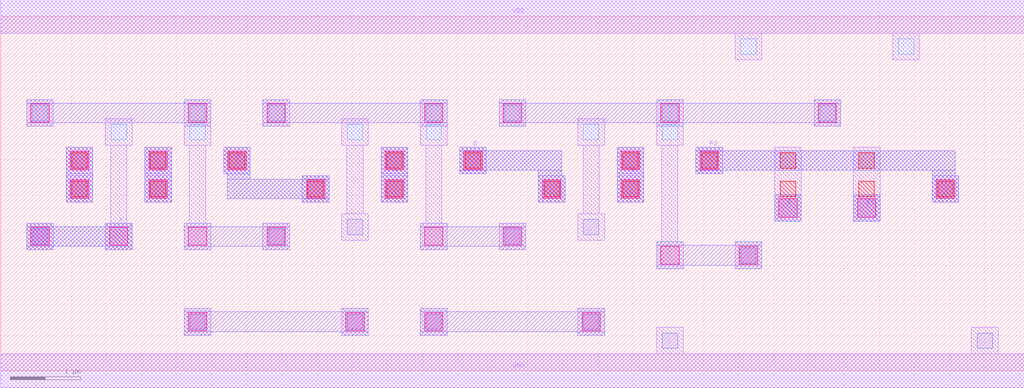
<source format=lef>
MACRO AOAOAAOI211113
 CLASS CORE ;
 FOREIGN AOAOAAOI211113 0 0 ;
 SIZE 14.56 BY 5.04 ;
 ORIGIN 0 0 ;
 SYMMETRY X Y R90 ;
 SITE unit ;
  PIN VDD
   DIRECTION INOUT ;
   USE POWER ;
   SHAPE ABUTMENT ;
    PORT
     CLASS CORE ;
       LAYER met1 ;
        RECT 0.00000000 4.80000000 14.56000000 5.28000000 ;
    END
  END VDD

  PIN GND
   DIRECTION INOUT ;
   USE POWER ;
   SHAPE ABUTMENT ;
    PORT
     CLASS CORE ;
       LAYER met1 ;
        RECT 0.00000000 -0.24000000 14.56000000 0.24000000 ;
    END
  END GND

  PIN Y
   DIRECTION INOUT ;
   USE SIGNAL ;
   SHAPE ABUTMENT ;
    PORT
     CLASS CORE ;
       LAYER met2 ;
        RECT 0.37000000 1.72200000 0.75000000 1.77200000 ;
        RECT 1.49000000 1.72200000 1.87000000 1.77200000 ;
        RECT 0.37000000 1.77200000 1.87000000 2.05200000 ;
        RECT 0.37000000 2.05200000 0.75000000 2.10200000 ;
        RECT 1.49000000 2.05200000 1.87000000 2.10200000 ;
    END
  END Y

  PIN A1
   DIRECTION INOUT ;
   USE SIGNAL ;
   SHAPE ABUTMENT ;
    PORT
     CLASS CORE ;
       LAYER met2 ;
        RECT 2.05000000 2.39700000 2.43000000 3.18200000 ;
    END
  END A1

  PIN C
   DIRECTION INOUT ;
   USE SIGNAL ;
   SHAPE ABUTMENT ;
    PORT
     CLASS CORE ;
       LAYER met2 ;
        RECT 5.41000000 2.39700000 5.79000000 3.18200000 ;
    END
  END C

  PIN F
   DIRECTION INOUT ;
   USE SIGNAL ;
   SHAPE ABUTMENT ;
    PORT
     CLASS CORE ;
       LAYER met2 ;
        RECT 11.01000000 2.12700000 11.39000000 2.50700000 ;
    END
  END F

  PIN D
   DIRECTION INOUT ;
   USE SIGNAL ;
   SHAPE ABUTMENT ;
    PORT
     CLASS CORE ;
       LAYER met2 ;
        RECT 7.65000000 2.39700000 8.03000000 2.77700000 ;
        RECT 6.53000000 2.80200000 6.91000000 2.85200000 ;
        RECT 7.65000000 2.77700000 7.98000000 2.85200000 ;
        RECT 6.53000000 2.85200000 7.98000000 3.13200000 ;
        RECT 6.53000000 3.13200000 6.91000000 3.18200000 ;
    END
  END D

  PIN F2
   DIRECTION INOUT ;
   USE SIGNAL ;
   SHAPE ABUTMENT ;
    PORT
     CLASS CORE ;
       LAYER met2 ;
        RECT 13.25000000 2.39700000 13.63000000 2.77700000 ;
        RECT 9.89000000 2.80200000 10.27000000 2.85200000 ;
        RECT 13.25000000 2.77700000 13.58000000 2.85200000 ;
        RECT 9.89000000 2.85200000 13.58000000 3.13200000 ;
        RECT 9.89000000 3.13200000 10.27000000 3.18200000 ;
    END
  END F2

  PIN E
   DIRECTION INOUT ;
   USE SIGNAL ;
   SHAPE ABUTMENT ;
    PORT
     CLASS CORE ;
       LAYER met2 ;
        RECT 8.77000000 2.39700000 9.15000000 3.18200000 ;
    END
  END E

  PIN B
   DIRECTION INOUT ;
   USE SIGNAL ;
   SHAPE ABUTMENT ;
    PORT
     CLASS CORE ;
       LAYER met2 ;
        RECT 4.29000000 2.39700000 4.67000000 2.44700000 ;
        RECT 3.22000000 2.44700000 4.67000000 2.72700000 ;
        RECT 4.29000000 2.72700000 4.67000000 2.77700000 ;
        RECT 3.22000000 2.72700000 3.55000000 2.80200000 ;
        RECT 3.17000000 2.80200000 3.55000000 3.18200000 ;
    END
  END B

  PIN A
   DIRECTION INOUT ;
   USE SIGNAL ;
   SHAPE ABUTMENT ;
    PORT
     CLASS CORE ;
       LAYER met2 ;
        RECT 0.93000000 2.39700000 1.31000000 3.18200000 ;
    END
  END A

  PIN F1
   DIRECTION INOUT ;
   USE SIGNAL ;
   SHAPE ABUTMENT ;
    PORT
     CLASS CORE ;
       LAYER met2 ;
        RECT 12.13000000 2.12700000 12.51000000 2.50700000 ;
    END
  END F1

 OBS
    LAYER polycont ;
     RECT 1.01000000 2.47700000 1.23000000 2.69700000 ;
     RECT 2.13000000 2.47700000 2.35000000 2.69700000 ;
     RECT 4.37000000 2.47700000 4.59000000 2.69700000 ;
     RECT 5.49000000 2.47700000 5.71000000 2.69700000 ;
     RECT 7.73000000 2.47700000 7.95000000 2.69700000 ;
     RECT 8.85000000 2.47700000 9.07000000 2.69700000 ;
     RECT 11.09000000 2.47700000 11.31000000 2.69700000 ;
     RECT 12.21000000 2.47700000 12.43000000 2.69700000 ;
     RECT 13.33000000 2.47700000 13.55000000 2.69700000 ;
     RECT 1.01000000 2.88200000 1.23000000 3.10200000 ;
     RECT 2.13000000 2.88200000 2.35000000 3.10200000 ;
     RECT 3.25000000 2.88200000 3.47000000 3.10200000 ;
     RECT 5.49000000 2.88200000 5.71000000 3.10200000 ;
     RECT 6.61000000 2.88200000 6.83000000 3.10200000 ;
     RECT 8.85000000 2.88200000 9.07000000 3.10200000 ;
     RECT 9.97000000 2.88200000 10.19000000 3.10200000 ;
     RECT 11.09000000 2.88200000 11.31000000 3.10200000 ;
     RECT 12.21000000 2.88200000 12.43000000 3.10200000 ;

    LAYER pdiffc ;
     RECT 1.57000000 3.28700000 1.79000000 3.50700000 ;
     RECT 2.69000000 3.28700000 2.91000000 3.50700000 ;
     RECT 4.93000000 3.28700000 5.15000000 3.50700000 ;
     RECT 6.05000000 3.28700000 6.27000000 3.50700000 ;
     RECT 8.29000000 3.28700000 8.51000000 3.50700000 ;
     RECT 9.41000000 3.28700000 9.63000000 3.50700000 ;
     RECT 0.45000000 3.55700000 0.67000000 3.77700000 ;
     RECT 2.69000000 3.55700000 2.91000000 3.77700000 ;
     RECT 3.81000000 3.55700000 4.03000000 3.77700000 ;
     RECT 6.05000000 3.55700000 6.27000000 3.77700000 ;
     RECT 7.17000000 3.55700000 7.39000000 3.77700000 ;
     RECT 9.41000000 3.55700000 9.63000000 3.77700000 ;
     RECT 11.65000000 3.55700000 11.87000000 3.77700000 ;
     RECT 10.53000000 4.50200000 10.75000000 4.72200000 ;
     RECT 12.77000000 4.50200000 12.99000000 4.72200000 ;

    LAYER ndiffc ;
     RECT 9.41000000 0.31700000 9.63000000 0.53700000 ;
     RECT 13.89000000 0.31700000 14.11000000 0.53700000 ;
     RECT 2.69000000 0.58700000 2.91000000 0.80700000 ;
     RECT 4.93000000 0.58700000 5.15000000 0.80700000 ;
     RECT 6.05000000 0.58700000 6.27000000 0.80700000 ;
     RECT 8.29000000 0.58700000 8.51000000 0.80700000 ;
     RECT 10.53000000 1.53200000 10.75000000 1.75200000 ;
     RECT 0.45000000 1.80200000 0.67000000 2.02200000 ;
     RECT 3.81000000 1.80200000 4.03000000 2.02200000 ;
     RECT 7.17000000 1.80200000 7.39000000 2.02200000 ;
     RECT 4.93000000 1.93700000 5.15000000 2.15700000 ;
     RECT 8.29000000 1.93700000 8.51000000 2.15700000 ;

    LAYER met1 ;
     RECT 0.00000000 -0.24000000 14.56000000 0.24000000 ;
     RECT 9.33000000 0.24000000 9.71000000 0.61700000 ;
     RECT 13.81000000 0.24000000 14.19000000 0.61700000 ;
     RECT 2.61000000 0.50700000 2.99000000 0.88700000 ;
     RECT 4.85000000 0.50700000 5.23000000 0.88700000 ;
     RECT 5.97000000 0.50700000 6.35000000 0.88700000 ;
     RECT 8.21000000 0.50700000 8.59000000 0.88700000 ;
     RECT 10.45000000 1.45200000 10.83000000 1.83200000 ;
     RECT 0.37000000 1.72200000 0.75000000 2.10200000 ;
     RECT 3.73000000 1.72200000 4.11000000 2.10200000 ;
     RECT 7.09000000 1.72200000 7.47000000 2.10200000 ;
     RECT 0.93000000 2.39700000 1.31000000 2.77700000 ;
     RECT 2.05000000 2.39700000 2.43000000 2.77700000 ;
     RECT 4.29000000 2.39700000 4.67000000 2.77700000 ;
     RECT 5.41000000 2.39700000 5.79000000 2.77700000 ;
     RECT 7.65000000 2.39700000 8.03000000 2.77700000 ;
     RECT 8.77000000 2.39700000 9.15000000 2.77700000 ;
     RECT 13.25000000 2.39700000 13.63000000 2.77700000 ;
     RECT 0.93000000 2.80200000 1.31000000 3.18200000 ;
     RECT 2.05000000 2.80200000 2.43000000 3.18200000 ;
     RECT 3.17000000 2.80200000 3.55000000 3.18200000 ;
     RECT 5.41000000 2.80200000 5.79000000 3.18200000 ;
     RECT 6.53000000 2.80200000 6.91000000 3.18200000 ;
     RECT 8.77000000 2.80200000 9.15000000 3.18200000 ;
     RECT 9.89000000 2.80200000 10.27000000 3.18200000 ;
     RECT 11.01000000 2.12700000 11.39000000 3.18200000 ;
     RECT 12.13000000 2.12700000 12.51000000 3.18200000 ;
     RECT 1.49000000 1.72200000 1.87000000 2.10200000 ;
     RECT 1.56500000 2.10200000 1.79500000 3.20700000 ;
     RECT 1.49000000 3.20700000 1.87000000 3.58700000 ;
     RECT 4.85000000 1.85700000 5.23000000 2.23700000 ;
     RECT 4.92500000 2.23700000 5.15500000 3.20700000 ;
     RECT 4.85000000 3.20700000 5.23000000 3.58700000 ;
     RECT 8.21000000 1.85700000 8.59000000 2.23700000 ;
     RECT 8.28500000 2.23700000 8.51500000 3.20700000 ;
     RECT 8.21000000 3.20700000 8.59000000 3.58700000 ;
     RECT 0.37000000 3.47700000 0.75000000 3.85700000 ;
     RECT 2.61000000 1.72200000 2.99000000 2.10200000 ;
     RECT 2.68500000 2.10200000 2.91500000 3.20700000 ;
     RECT 2.61000000 3.20700000 2.99000000 3.85700000 ;
     RECT 3.73000000 3.47700000 4.11000000 3.85700000 ;
     RECT 5.97000000 1.72200000 6.35000000 2.10200000 ;
     RECT 6.04500000 2.10200000 6.27500000 3.20700000 ;
     RECT 5.97000000 3.20700000 6.35000000 3.85700000 ;
     RECT 7.09000000 3.47700000 7.47000000 3.85700000 ;
     RECT 9.33000000 1.45200000 9.71000000 1.83200000 ;
     RECT 9.40500000 1.83200000 9.63500000 3.20700000 ;
     RECT 9.33000000 3.20700000 9.71000000 3.85700000 ;
     RECT 11.57000000 3.47700000 11.95000000 3.85700000 ;
     RECT 10.45000000 4.42200000 10.83000000 4.80000000 ;
     RECT 12.69000000 4.42200000 13.07000000 4.80000000 ;
     RECT 0.00000000 4.80000000 14.56000000 5.28000000 ;

    LAYER via1 ;
     RECT 2.67000000 0.56700000 2.93000000 0.82700000 ;
     RECT 4.91000000 0.56700000 5.17000000 0.82700000 ;
     RECT 6.03000000 0.56700000 6.29000000 0.82700000 ;
     RECT 8.27000000 0.56700000 8.53000000 0.82700000 ;
     RECT 9.39000000 1.51200000 9.65000000 1.77200000 ;
     RECT 10.51000000 1.51200000 10.77000000 1.77200000 ;
     RECT 0.43000000 1.78200000 0.69000000 2.04200000 ;
     RECT 1.55000000 1.78200000 1.81000000 2.04200000 ;
     RECT 2.67000000 1.78200000 2.93000000 2.04200000 ;
     RECT 3.79000000 1.78200000 4.05000000 2.04200000 ;
     RECT 6.03000000 1.78200000 6.29000000 2.04200000 ;
     RECT 7.15000000 1.78200000 7.41000000 2.04200000 ;
     RECT 11.07000000 2.18700000 11.33000000 2.44700000 ;
     RECT 12.19000000 2.18700000 12.45000000 2.44700000 ;
     RECT 0.99000000 2.45700000 1.25000000 2.71700000 ;
     RECT 2.11000000 2.45700000 2.37000000 2.71700000 ;
     RECT 4.35000000 2.45700000 4.61000000 2.71700000 ;
     RECT 5.47000000 2.45700000 5.73000000 2.71700000 ;
     RECT 7.71000000 2.45700000 7.97000000 2.71700000 ;
     RECT 8.83000000 2.45700000 9.09000000 2.71700000 ;
     RECT 13.31000000 2.45700000 13.57000000 2.71700000 ;
     RECT 0.99000000 2.86200000 1.25000000 3.12200000 ;
     RECT 2.11000000 2.86200000 2.37000000 3.12200000 ;
     RECT 3.23000000 2.86200000 3.49000000 3.12200000 ;
     RECT 5.47000000 2.86200000 5.73000000 3.12200000 ;
     RECT 6.59000000 2.86200000 6.85000000 3.12200000 ;
     RECT 8.83000000 2.86200000 9.09000000 3.12200000 ;
     RECT 9.95000000 2.86200000 10.21000000 3.12200000 ;
     RECT 0.43000000 3.53700000 0.69000000 3.79700000 ;
     RECT 2.67000000 3.53700000 2.93000000 3.79700000 ;
     RECT 3.79000000 3.53700000 4.05000000 3.79700000 ;
     RECT 6.03000000 3.53700000 6.29000000 3.79700000 ;
     RECT 7.15000000 3.53700000 7.41000000 3.79700000 ;
     RECT 9.39000000 3.53700000 9.65000000 3.79700000 ;
     RECT 11.63000000 3.53700000 11.89000000 3.79700000 ;

    LAYER met2 ;
     RECT 2.61000000 0.50700000 2.99000000 0.55700000 ;
     RECT 4.85000000 0.50700000 5.23000000 0.55700000 ;
     RECT 2.61000000 0.55700000 5.23000000 0.83700000 ;
     RECT 2.61000000 0.83700000 2.99000000 0.88700000 ;
     RECT 4.85000000 0.83700000 5.23000000 0.88700000 ;
     RECT 5.97000000 0.50700000 6.35000000 0.55700000 ;
     RECT 8.21000000 0.50700000 8.59000000 0.55700000 ;
     RECT 5.97000000 0.55700000 8.59000000 0.83700000 ;
     RECT 5.97000000 0.83700000 6.35000000 0.88700000 ;
     RECT 8.21000000 0.83700000 8.59000000 0.88700000 ;
     RECT 9.33000000 1.45200000 9.71000000 1.50200000 ;
     RECT 10.45000000 1.45200000 10.83000000 1.50200000 ;
     RECT 9.33000000 1.50200000 10.83000000 1.78200000 ;
     RECT 9.33000000 1.78200000 9.71000000 1.83200000 ;
     RECT 10.45000000 1.78200000 10.83000000 1.83200000 ;
     RECT 0.37000000 1.72200000 0.75000000 1.77200000 ;
     RECT 1.49000000 1.72200000 1.87000000 1.77200000 ;
     RECT 0.37000000 1.77200000 1.87000000 2.05200000 ;
     RECT 0.37000000 2.05200000 0.75000000 2.10200000 ;
     RECT 1.49000000 2.05200000 1.87000000 2.10200000 ;
     RECT 2.61000000 1.72200000 2.99000000 1.77200000 ;
     RECT 3.73000000 1.72200000 4.11000000 1.77200000 ;
     RECT 2.61000000 1.77200000 4.11000000 2.05200000 ;
     RECT 2.61000000 2.05200000 2.99000000 2.10200000 ;
     RECT 3.73000000 2.05200000 4.11000000 2.10200000 ;
     RECT 5.97000000 1.72200000 6.35000000 1.77200000 ;
     RECT 7.09000000 1.72200000 7.47000000 1.77200000 ;
     RECT 5.97000000 1.77200000 7.47000000 2.05200000 ;
     RECT 5.97000000 2.05200000 6.35000000 2.10200000 ;
     RECT 7.09000000 2.05200000 7.47000000 2.10200000 ;
     RECT 11.01000000 2.12700000 11.39000000 2.50700000 ;
     RECT 12.13000000 2.12700000 12.51000000 2.50700000 ;
     RECT 0.93000000 2.39700000 1.31000000 3.18200000 ;
     RECT 2.05000000 2.39700000 2.43000000 3.18200000 ;
     RECT 4.29000000 2.39700000 4.67000000 2.44700000 ;
     RECT 3.22000000 2.44700000 4.67000000 2.72700000 ;
     RECT 4.29000000 2.72700000 4.67000000 2.77700000 ;
     RECT 3.22000000 2.72700000 3.55000000 2.80200000 ;
     RECT 3.17000000 2.80200000 3.55000000 3.18200000 ;
     RECT 5.41000000 2.39700000 5.79000000 3.18200000 ;
     RECT 7.65000000 2.39700000 8.03000000 2.77700000 ;
     RECT 6.53000000 2.80200000 6.91000000 2.85200000 ;
     RECT 7.65000000 2.77700000 7.98000000 2.85200000 ;
     RECT 6.53000000 2.85200000 7.98000000 3.13200000 ;
     RECT 6.53000000 3.13200000 6.91000000 3.18200000 ;
     RECT 8.77000000 2.39700000 9.15000000 3.18200000 ;
     RECT 13.25000000 2.39700000 13.63000000 2.77700000 ;
     RECT 9.89000000 2.80200000 10.27000000 2.85200000 ;
     RECT 13.25000000 2.77700000 13.58000000 2.85200000 ;
     RECT 9.89000000 2.85200000 13.58000000 3.13200000 ;
     RECT 9.89000000 3.13200000 10.27000000 3.18200000 ;
     RECT 0.37000000 3.47700000 0.75000000 3.52700000 ;
     RECT 2.61000000 3.47700000 2.99000000 3.52700000 ;
     RECT 0.37000000 3.52700000 2.99000000 3.80700000 ;
     RECT 0.37000000 3.80700000 0.75000000 3.85700000 ;
     RECT 2.61000000 3.80700000 2.99000000 3.85700000 ;
     RECT 3.73000000 3.47700000 4.11000000 3.52700000 ;
     RECT 5.97000000 3.47700000 6.35000000 3.52700000 ;
     RECT 3.73000000 3.52700000 6.35000000 3.80700000 ;
     RECT 3.73000000 3.80700000 4.11000000 3.85700000 ;
     RECT 5.97000000 3.80700000 6.35000000 3.85700000 ;
     RECT 7.09000000 3.47700000 7.47000000 3.52700000 ;
     RECT 9.33000000 3.47700000 9.71000000 3.52700000 ;
     RECT 11.57000000 3.47700000 11.95000000 3.52700000 ;
     RECT 7.09000000 3.52700000 11.95000000 3.80700000 ;
     RECT 7.09000000 3.80700000 7.47000000 3.85700000 ;
     RECT 9.33000000 3.80700000 9.71000000 3.85700000 ;
     RECT 11.57000000 3.80700000 11.95000000 3.85700000 ;

 END
END AOAOAAOI211113

</source>
